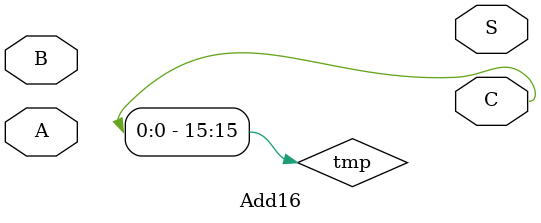
<source format=sv>
module Add16(
  input wire [15:0] A, B,
  output wire [15:0] S,
  output wire C
);

  wire [15:0] tmp;

  HalfAdder ha1(.A(A[0]), .B(B[0]), .S(out[0]), .C(tmp[0]));
  generate
    for (genvar i=0; i<14; i=i+1) begin
      FullAdder fa(.A(A[i]), .B(B[i]), .X(tmp[i]), .S(out[i]), .C(tmp[i]));
    end
  endgenerate

  assign C = tmp[15];

endmodule

</source>
